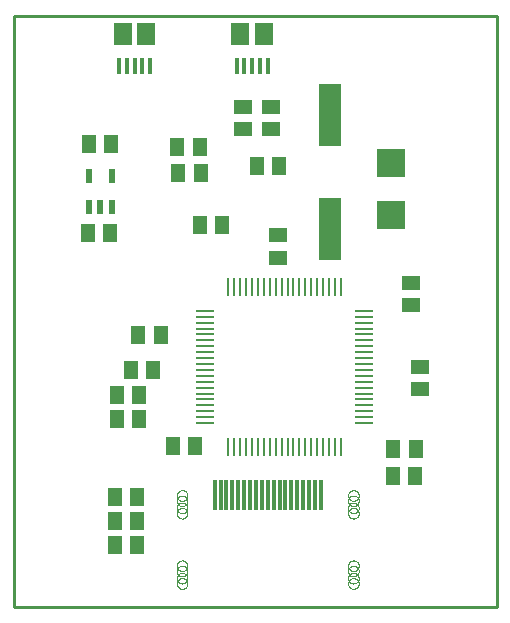
<source format=gtp>
G75*
%MOIN*%
%OFA0B0*%
%FSLAX25Y25*%
%IPPOS*%
%LPD*%
%AMOC8*
5,1,8,0,0,1.08239X$1,22.5*
%
%ADD10C,0.01000*%
%ADD11R,0.01575X0.05315*%
%ADD12R,0.05906X0.07480*%
%ADD13R,0.09449X0.09449*%
%ADD14R,0.05906X0.00984*%
%ADD15R,0.00984X0.05906*%
%ADD16R,0.01181X0.10236*%
%ADD17C,0.00000*%
%ADD18R,0.05118X0.05906*%
%ADD19R,0.05906X0.05118*%
%ADD20R,0.02200X0.04800*%
%ADD21R,0.07600X0.21000*%
%ADD22R,0.06299X0.05118*%
%ADD23R,0.05118X0.06299*%
D10*
X0019033Y0019923D02*
X0019033Y0216673D01*
X0180033Y0216673D01*
X0180033Y0019923D01*
X0019033Y0019923D01*
D11*
X0054215Y0200265D03*
X0056774Y0200265D03*
X0059333Y0200265D03*
X0061892Y0200265D03*
X0064451Y0200265D03*
X0093415Y0200265D03*
X0095974Y0200265D03*
X0098533Y0200265D03*
X0101092Y0200265D03*
X0103651Y0200265D03*
D12*
X0102470Y0210797D03*
X0094596Y0210757D03*
X0063270Y0210797D03*
X0055396Y0210757D03*
D13*
X0144886Y0167884D03*
X0144886Y0150561D03*
D14*
X0135908Y0118523D03*
X0135908Y0116555D03*
X0135908Y0114586D03*
X0135908Y0112618D03*
X0135908Y0110649D03*
X0135908Y0108681D03*
X0135908Y0106712D03*
X0135908Y0104744D03*
X0135908Y0102775D03*
X0135908Y0100807D03*
X0135908Y0098838D03*
X0135908Y0096870D03*
X0135908Y0094901D03*
X0135908Y0092933D03*
X0135908Y0090964D03*
X0135908Y0088996D03*
X0135908Y0087027D03*
X0135908Y0085059D03*
X0135908Y0083090D03*
X0135908Y0081122D03*
X0082759Y0081122D03*
X0082759Y0083090D03*
X0082759Y0085059D03*
X0082759Y0087027D03*
X0082759Y0088996D03*
X0082759Y0090964D03*
X0082759Y0092933D03*
X0082759Y0094901D03*
X0082759Y0096870D03*
X0082759Y0098838D03*
X0082759Y0100807D03*
X0082759Y0102775D03*
X0082759Y0104744D03*
X0082759Y0106712D03*
X0082759Y0108681D03*
X0082759Y0110649D03*
X0082759Y0112618D03*
X0082759Y0114586D03*
X0082759Y0116555D03*
X0082759Y0118523D03*
D15*
X0090633Y0126397D03*
X0092601Y0126397D03*
X0094570Y0126397D03*
X0096538Y0126397D03*
X0098507Y0126397D03*
X0100475Y0126397D03*
X0102444Y0126397D03*
X0104412Y0126397D03*
X0106381Y0126397D03*
X0108349Y0126397D03*
X0110318Y0126397D03*
X0112286Y0126397D03*
X0114255Y0126397D03*
X0116223Y0126397D03*
X0118192Y0126397D03*
X0120160Y0126397D03*
X0122129Y0126397D03*
X0124097Y0126397D03*
X0126066Y0126397D03*
X0128034Y0126397D03*
X0128034Y0073248D03*
X0126066Y0073248D03*
X0124097Y0073248D03*
X0122129Y0073248D03*
X0120160Y0073248D03*
X0118192Y0073248D03*
X0116223Y0073248D03*
X0114255Y0073248D03*
X0112286Y0073248D03*
X0110318Y0073248D03*
X0108349Y0073248D03*
X0106381Y0073248D03*
X0104412Y0073248D03*
X0102444Y0073248D03*
X0100475Y0073248D03*
X0098507Y0073248D03*
X0096538Y0073248D03*
X0094570Y0073248D03*
X0092601Y0073248D03*
X0090633Y0073248D03*
D16*
X0089954Y0057013D03*
X0091922Y0057013D03*
X0093891Y0057013D03*
X0095859Y0057013D03*
X0097828Y0057013D03*
X0099796Y0057013D03*
X0101765Y0057013D03*
X0103733Y0057013D03*
X0105702Y0057013D03*
X0107670Y0057013D03*
X0109639Y0057013D03*
X0111607Y0057013D03*
X0113576Y0057013D03*
X0115544Y0057013D03*
X0117513Y0057013D03*
X0119481Y0057013D03*
X0121450Y0057013D03*
X0087985Y0057013D03*
X0086017Y0057013D03*
D17*
X0073418Y0056974D02*
X0073420Y0057058D01*
X0073426Y0057141D01*
X0073436Y0057224D01*
X0073450Y0057307D01*
X0073467Y0057389D01*
X0073489Y0057470D01*
X0073514Y0057549D01*
X0073543Y0057628D01*
X0073576Y0057705D01*
X0073612Y0057780D01*
X0073652Y0057854D01*
X0073695Y0057926D01*
X0073742Y0057995D01*
X0073792Y0058062D01*
X0073845Y0058127D01*
X0073901Y0058189D01*
X0073959Y0058249D01*
X0074021Y0058306D01*
X0074085Y0058359D01*
X0074152Y0058410D01*
X0074221Y0058457D01*
X0074292Y0058502D01*
X0074365Y0058542D01*
X0074440Y0058579D01*
X0074517Y0058613D01*
X0074595Y0058643D01*
X0074674Y0058669D01*
X0074755Y0058692D01*
X0074837Y0058710D01*
X0074919Y0058725D01*
X0075002Y0058736D01*
X0075085Y0058743D01*
X0075169Y0058746D01*
X0075253Y0058745D01*
X0075336Y0058740D01*
X0075420Y0058731D01*
X0075502Y0058718D01*
X0075584Y0058702D01*
X0075665Y0058681D01*
X0075746Y0058657D01*
X0075824Y0058629D01*
X0075902Y0058597D01*
X0075978Y0058561D01*
X0076052Y0058522D01*
X0076124Y0058480D01*
X0076194Y0058434D01*
X0076262Y0058385D01*
X0076327Y0058333D01*
X0076390Y0058278D01*
X0076450Y0058220D01*
X0076508Y0058159D01*
X0076562Y0058095D01*
X0076614Y0058029D01*
X0076662Y0057961D01*
X0076707Y0057890D01*
X0076748Y0057817D01*
X0076787Y0057743D01*
X0076821Y0057667D01*
X0076852Y0057589D01*
X0076879Y0057510D01*
X0076903Y0057429D01*
X0076922Y0057348D01*
X0076938Y0057266D01*
X0076950Y0057183D01*
X0076958Y0057099D01*
X0076962Y0057016D01*
X0076962Y0056932D01*
X0076958Y0056849D01*
X0076950Y0056765D01*
X0076938Y0056682D01*
X0076922Y0056600D01*
X0076903Y0056519D01*
X0076879Y0056438D01*
X0076852Y0056359D01*
X0076821Y0056281D01*
X0076787Y0056205D01*
X0076748Y0056131D01*
X0076707Y0056058D01*
X0076662Y0055987D01*
X0076614Y0055919D01*
X0076562Y0055853D01*
X0076508Y0055789D01*
X0076450Y0055728D01*
X0076390Y0055670D01*
X0076327Y0055615D01*
X0076262Y0055563D01*
X0076194Y0055514D01*
X0076124Y0055468D01*
X0076052Y0055426D01*
X0075978Y0055387D01*
X0075902Y0055351D01*
X0075824Y0055319D01*
X0075746Y0055291D01*
X0075665Y0055267D01*
X0075584Y0055246D01*
X0075502Y0055230D01*
X0075420Y0055217D01*
X0075336Y0055208D01*
X0075253Y0055203D01*
X0075169Y0055202D01*
X0075085Y0055205D01*
X0075002Y0055212D01*
X0074919Y0055223D01*
X0074837Y0055238D01*
X0074755Y0055256D01*
X0074674Y0055279D01*
X0074595Y0055305D01*
X0074517Y0055335D01*
X0074440Y0055369D01*
X0074365Y0055406D01*
X0074292Y0055446D01*
X0074221Y0055491D01*
X0074152Y0055538D01*
X0074085Y0055589D01*
X0074021Y0055642D01*
X0073959Y0055699D01*
X0073901Y0055759D01*
X0073845Y0055821D01*
X0073792Y0055886D01*
X0073742Y0055953D01*
X0073695Y0056022D01*
X0073652Y0056094D01*
X0073612Y0056168D01*
X0073576Y0056243D01*
X0073543Y0056320D01*
X0073514Y0056399D01*
X0073489Y0056478D01*
X0073467Y0056559D01*
X0073450Y0056641D01*
X0073436Y0056724D01*
X0073426Y0056807D01*
X0073420Y0056890D01*
X0073418Y0056974D01*
X0073418Y0055202D02*
X0073420Y0055286D01*
X0073426Y0055369D01*
X0073436Y0055452D01*
X0073450Y0055535D01*
X0073467Y0055617D01*
X0073489Y0055698D01*
X0073514Y0055777D01*
X0073543Y0055856D01*
X0073576Y0055933D01*
X0073612Y0056008D01*
X0073652Y0056082D01*
X0073695Y0056154D01*
X0073742Y0056223D01*
X0073792Y0056290D01*
X0073845Y0056355D01*
X0073901Y0056417D01*
X0073959Y0056477D01*
X0074021Y0056534D01*
X0074085Y0056587D01*
X0074152Y0056638D01*
X0074221Y0056685D01*
X0074292Y0056730D01*
X0074365Y0056770D01*
X0074440Y0056807D01*
X0074517Y0056841D01*
X0074595Y0056871D01*
X0074674Y0056897D01*
X0074755Y0056920D01*
X0074837Y0056938D01*
X0074919Y0056953D01*
X0075002Y0056964D01*
X0075085Y0056971D01*
X0075169Y0056974D01*
X0075253Y0056973D01*
X0075336Y0056968D01*
X0075420Y0056959D01*
X0075502Y0056946D01*
X0075584Y0056930D01*
X0075665Y0056909D01*
X0075746Y0056885D01*
X0075824Y0056857D01*
X0075902Y0056825D01*
X0075978Y0056789D01*
X0076052Y0056750D01*
X0076124Y0056708D01*
X0076194Y0056662D01*
X0076262Y0056613D01*
X0076327Y0056561D01*
X0076390Y0056506D01*
X0076450Y0056448D01*
X0076508Y0056387D01*
X0076562Y0056323D01*
X0076614Y0056257D01*
X0076662Y0056189D01*
X0076707Y0056118D01*
X0076748Y0056045D01*
X0076787Y0055971D01*
X0076821Y0055895D01*
X0076852Y0055817D01*
X0076879Y0055738D01*
X0076903Y0055657D01*
X0076922Y0055576D01*
X0076938Y0055494D01*
X0076950Y0055411D01*
X0076958Y0055327D01*
X0076962Y0055244D01*
X0076962Y0055160D01*
X0076958Y0055077D01*
X0076950Y0054993D01*
X0076938Y0054910D01*
X0076922Y0054828D01*
X0076903Y0054747D01*
X0076879Y0054666D01*
X0076852Y0054587D01*
X0076821Y0054509D01*
X0076787Y0054433D01*
X0076748Y0054359D01*
X0076707Y0054286D01*
X0076662Y0054215D01*
X0076614Y0054147D01*
X0076562Y0054081D01*
X0076508Y0054017D01*
X0076450Y0053956D01*
X0076390Y0053898D01*
X0076327Y0053843D01*
X0076262Y0053791D01*
X0076194Y0053742D01*
X0076124Y0053696D01*
X0076052Y0053654D01*
X0075978Y0053615D01*
X0075902Y0053579D01*
X0075824Y0053547D01*
X0075746Y0053519D01*
X0075665Y0053495D01*
X0075584Y0053474D01*
X0075502Y0053458D01*
X0075420Y0053445D01*
X0075336Y0053436D01*
X0075253Y0053431D01*
X0075169Y0053430D01*
X0075085Y0053433D01*
X0075002Y0053440D01*
X0074919Y0053451D01*
X0074837Y0053466D01*
X0074755Y0053484D01*
X0074674Y0053507D01*
X0074595Y0053533D01*
X0074517Y0053563D01*
X0074440Y0053597D01*
X0074365Y0053634D01*
X0074292Y0053674D01*
X0074221Y0053719D01*
X0074152Y0053766D01*
X0074085Y0053817D01*
X0074021Y0053870D01*
X0073959Y0053927D01*
X0073901Y0053987D01*
X0073845Y0054049D01*
X0073792Y0054114D01*
X0073742Y0054181D01*
X0073695Y0054250D01*
X0073652Y0054322D01*
X0073612Y0054396D01*
X0073576Y0054471D01*
X0073543Y0054548D01*
X0073514Y0054627D01*
X0073489Y0054706D01*
X0073467Y0054787D01*
X0073450Y0054869D01*
X0073436Y0054952D01*
X0073426Y0055035D01*
X0073420Y0055118D01*
X0073418Y0055202D01*
X0073418Y0052840D02*
X0073420Y0052924D01*
X0073426Y0053007D01*
X0073436Y0053090D01*
X0073450Y0053173D01*
X0073467Y0053255D01*
X0073489Y0053336D01*
X0073514Y0053415D01*
X0073543Y0053494D01*
X0073576Y0053571D01*
X0073612Y0053646D01*
X0073652Y0053720D01*
X0073695Y0053792D01*
X0073742Y0053861D01*
X0073792Y0053928D01*
X0073845Y0053993D01*
X0073901Y0054055D01*
X0073959Y0054115D01*
X0074021Y0054172D01*
X0074085Y0054225D01*
X0074152Y0054276D01*
X0074221Y0054323D01*
X0074292Y0054368D01*
X0074365Y0054408D01*
X0074440Y0054445D01*
X0074517Y0054479D01*
X0074595Y0054509D01*
X0074674Y0054535D01*
X0074755Y0054558D01*
X0074837Y0054576D01*
X0074919Y0054591D01*
X0075002Y0054602D01*
X0075085Y0054609D01*
X0075169Y0054612D01*
X0075253Y0054611D01*
X0075336Y0054606D01*
X0075420Y0054597D01*
X0075502Y0054584D01*
X0075584Y0054568D01*
X0075665Y0054547D01*
X0075746Y0054523D01*
X0075824Y0054495D01*
X0075902Y0054463D01*
X0075978Y0054427D01*
X0076052Y0054388D01*
X0076124Y0054346D01*
X0076194Y0054300D01*
X0076262Y0054251D01*
X0076327Y0054199D01*
X0076390Y0054144D01*
X0076450Y0054086D01*
X0076508Y0054025D01*
X0076562Y0053961D01*
X0076614Y0053895D01*
X0076662Y0053827D01*
X0076707Y0053756D01*
X0076748Y0053683D01*
X0076787Y0053609D01*
X0076821Y0053533D01*
X0076852Y0053455D01*
X0076879Y0053376D01*
X0076903Y0053295D01*
X0076922Y0053214D01*
X0076938Y0053132D01*
X0076950Y0053049D01*
X0076958Y0052965D01*
X0076962Y0052882D01*
X0076962Y0052798D01*
X0076958Y0052715D01*
X0076950Y0052631D01*
X0076938Y0052548D01*
X0076922Y0052466D01*
X0076903Y0052385D01*
X0076879Y0052304D01*
X0076852Y0052225D01*
X0076821Y0052147D01*
X0076787Y0052071D01*
X0076748Y0051997D01*
X0076707Y0051924D01*
X0076662Y0051853D01*
X0076614Y0051785D01*
X0076562Y0051719D01*
X0076508Y0051655D01*
X0076450Y0051594D01*
X0076390Y0051536D01*
X0076327Y0051481D01*
X0076262Y0051429D01*
X0076194Y0051380D01*
X0076124Y0051334D01*
X0076052Y0051292D01*
X0075978Y0051253D01*
X0075902Y0051217D01*
X0075824Y0051185D01*
X0075746Y0051157D01*
X0075665Y0051133D01*
X0075584Y0051112D01*
X0075502Y0051096D01*
X0075420Y0051083D01*
X0075336Y0051074D01*
X0075253Y0051069D01*
X0075169Y0051068D01*
X0075085Y0051071D01*
X0075002Y0051078D01*
X0074919Y0051089D01*
X0074837Y0051104D01*
X0074755Y0051122D01*
X0074674Y0051145D01*
X0074595Y0051171D01*
X0074517Y0051201D01*
X0074440Y0051235D01*
X0074365Y0051272D01*
X0074292Y0051312D01*
X0074221Y0051357D01*
X0074152Y0051404D01*
X0074085Y0051455D01*
X0074021Y0051508D01*
X0073959Y0051565D01*
X0073901Y0051625D01*
X0073845Y0051687D01*
X0073792Y0051752D01*
X0073742Y0051819D01*
X0073695Y0051888D01*
X0073652Y0051960D01*
X0073612Y0052034D01*
X0073576Y0052109D01*
X0073543Y0052186D01*
X0073514Y0052265D01*
X0073489Y0052344D01*
X0073467Y0052425D01*
X0073450Y0052507D01*
X0073436Y0052590D01*
X0073426Y0052673D01*
X0073420Y0052756D01*
X0073418Y0052840D01*
X0073418Y0051068D02*
X0073420Y0051152D01*
X0073426Y0051235D01*
X0073436Y0051318D01*
X0073450Y0051401D01*
X0073467Y0051483D01*
X0073489Y0051564D01*
X0073514Y0051643D01*
X0073543Y0051722D01*
X0073576Y0051799D01*
X0073612Y0051874D01*
X0073652Y0051948D01*
X0073695Y0052020D01*
X0073742Y0052089D01*
X0073792Y0052156D01*
X0073845Y0052221D01*
X0073901Y0052283D01*
X0073959Y0052343D01*
X0074021Y0052400D01*
X0074085Y0052453D01*
X0074152Y0052504D01*
X0074221Y0052551D01*
X0074292Y0052596D01*
X0074365Y0052636D01*
X0074440Y0052673D01*
X0074517Y0052707D01*
X0074595Y0052737D01*
X0074674Y0052763D01*
X0074755Y0052786D01*
X0074837Y0052804D01*
X0074919Y0052819D01*
X0075002Y0052830D01*
X0075085Y0052837D01*
X0075169Y0052840D01*
X0075253Y0052839D01*
X0075336Y0052834D01*
X0075420Y0052825D01*
X0075502Y0052812D01*
X0075584Y0052796D01*
X0075665Y0052775D01*
X0075746Y0052751D01*
X0075824Y0052723D01*
X0075902Y0052691D01*
X0075978Y0052655D01*
X0076052Y0052616D01*
X0076124Y0052574D01*
X0076194Y0052528D01*
X0076262Y0052479D01*
X0076327Y0052427D01*
X0076390Y0052372D01*
X0076450Y0052314D01*
X0076508Y0052253D01*
X0076562Y0052189D01*
X0076614Y0052123D01*
X0076662Y0052055D01*
X0076707Y0051984D01*
X0076748Y0051911D01*
X0076787Y0051837D01*
X0076821Y0051761D01*
X0076852Y0051683D01*
X0076879Y0051604D01*
X0076903Y0051523D01*
X0076922Y0051442D01*
X0076938Y0051360D01*
X0076950Y0051277D01*
X0076958Y0051193D01*
X0076962Y0051110D01*
X0076962Y0051026D01*
X0076958Y0050943D01*
X0076950Y0050859D01*
X0076938Y0050776D01*
X0076922Y0050694D01*
X0076903Y0050613D01*
X0076879Y0050532D01*
X0076852Y0050453D01*
X0076821Y0050375D01*
X0076787Y0050299D01*
X0076748Y0050225D01*
X0076707Y0050152D01*
X0076662Y0050081D01*
X0076614Y0050013D01*
X0076562Y0049947D01*
X0076508Y0049883D01*
X0076450Y0049822D01*
X0076390Y0049764D01*
X0076327Y0049709D01*
X0076262Y0049657D01*
X0076194Y0049608D01*
X0076124Y0049562D01*
X0076052Y0049520D01*
X0075978Y0049481D01*
X0075902Y0049445D01*
X0075824Y0049413D01*
X0075746Y0049385D01*
X0075665Y0049361D01*
X0075584Y0049340D01*
X0075502Y0049324D01*
X0075420Y0049311D01*
X0075336Y0049302D01*
X0075253Y0049297D01*
X0075169Y0049296D01*
X0075085Y0049299D01*
X0075002Y0049306D01*
X0074919Y0049317D01*
X0074837Y0049332D01*
X0074755Y0049350D01*
X0074674Y0049373D01*
X0074595Y0049399D01*
X0074517Y0049429D01*
X0074440Y0049463D01*
X0074365Y0049500D01*
X0074292Y0049540D01*
X0074221Y0049585D01*
X0074152Y0049632D01*
X0074085Y0049683D01*
X0074021Y0049736D01*
X0073959Y0049793D01*
X0073901Y0049853D01*
X0073845Y0049915D01*
X0073792Y0049980D01*
X0073742Y0050047D01*
X0073695Y0050116D01*
X0073652Y0050188D01*
X0073612Y0050262D01*
X0073576Y0050337D01*
X0073543Y0050414D01*
X0073514Y0050493D01*
X0073489Y0050572D01*
X0073467Y0050653D01*
X0073450Y0050735D01*
X0073436Y0050818D01*
X0073426Y0050901D01*
X0073420Y0050984D01*
X0073418Y0051068D01*
X0073418Y0033549D02*
X0073420Y0033633D01*
X0073426Y0033716D01*
X0073436Y0033799D01*
X0073450Y0033882D01*
X0073467Y0033964D01*
X0073489Y0034045D01*
X0073514Y0034124D01*
X0073543Y0034203D01*
X0073576Y0034280D01*
X0073612Y0034355D01*
X0073652Y0034429D01*
X0073695Y0034501D01*
X0073742Y0034570D01*
X0073792Y0034637D01*
X0073845Y0034702D01*
X0073901Y0034764D01*
X0073959Y0034824D01*
X0074021Y0034881D01*
X0074085Y0034934D01*
X0074152Y0034985D01*
X0074221Y0035032D01*
X0074292Y0035077D01*
X0074365Y0035117D01*
X0074440Y0035154D01*
X0074517Y0035188D01*
X0074595Y0035218D01*
X0074674Y0035244D01*
X0074755Y0035267D01*
X0074837Y0035285D01*
X0074919Y0035300D01*
X0075002Y0035311D01*
X0075085Y0035318D01*
X0075169Y0035321D01*
X0075253Y0035320D01*
X0075336Y0035315D01*
X0075420Y0035306D01*
X0075502Y0035293D01*
X0075584Y0035277D01*
X0075665Y0035256D01*
X0075746Y0035232D01*
X0075824Y0035204D01*
X0075902Y0035172D01*
X0075978Y0035136D01*
X0076052Y0035097D01*
X0076124Y0035055D01*
X0076194Y0035009D01*
X0076262Y0034960D01*
X0076327Y0034908D01*
X0076390Y0034853D01*
X0076450Y0034795D01*
X0076508Y0034734D01*
X0076562Y0034670D01*
X0076614Y0034604D01*
X0076662Y0034536D01*
X0076707Y0034465D01*
X0076748Y0034392D01*
X0076787Y0034318D01*
X0076821Y0034242D01*
X0076852Y0034164D01*
X0076879Y0034085D01*
X0076903Y0034004D01*
X0076922Y0033923D01*
X0076938Y0033841D01*
X0076950Y0033758D01*
X0076958Y0033674D01*
X0076962Y0033591D01*
X0076962Y0033507D01*
X0076958Y0033424D01*
X0076950Y0033340D01*
X0076938Y0033257D01*
X0076922Y0033175D01*
X0076903Y0033094D01*
X0076879Y0033013D01*
X0076852Y0032934D01*
X0076821Y0032856D01*
X0076787Y0032780D01*
X0076748Y0032706D01*
X0076707Y0032633D01*
X0076662Y0032562D01*
X0076614Y0032494D01*
X0076562Y0032428D01*
X0076508Y0032364D01*
X0076450Y0032303D01*
X0076390Y0032245D01*
X0076327Y0032190D01*
X0076262Y0032138D01*
X0076194Y0032089D01*
X0076124Y0032043D01*
X0076052Y0032001D01*
X0075978Y0031962D01*
X0075902Y0031926D01*
X0075824Y0031894D01*
X0075746Y0031866D01*
X0075665Y0031842D01*
X0075584Y0031821D01*
X0075502Y0031805D01*
X0075420Y0031792D01*
X0075336Y0031783D01*
X0075253Y0031778D01*
X0075169Y0031777D01*
X0075085Y0031780D01*
X0075002Y0031787D01*
X0074919Y0031798D01*
X0074837Y0031813D01*
X0074755Y0031831D01*
X0074674Y0031854D01*
X0074595Y0031880D01*
X0074517Y0031910D01*
X0074440Y0031944D01*
X0074365Y0031981D01*
X0074292Y0032021D01*
X0074221Y0032066D01*
X0074152Y0032113D01*
X0074085Y0032164D01*
X0074021Y0032217D01*
X0073959Y0032274D01*
X0073901Y0032334D01*
X0073845Y0032396D01*
X0073792Y0032461D01*
X0073742Y0032528D01*
X0073695Y0032597D01*
X0073652Y0032669D01*
X0073612Y0032743D01*
X0073576Y0032818D01*
X0073543Y0032895D01*
X0073514Y0032974D01*
X0073489Y0033053D01*
X0073467Y0033134D01*
X0073450Y0033216D01*
X0073436Y0033299D01*
X0073426Y0033382D01*
X0073420Y0033465D01*
X0073418Y0033549D01*
X0073418Y0031777D02*
X0073420Y0031861D01*
X0073426Y0031944D01*
X0073436Y0032027D01*
X0073450Y0032110D01*
X0073467Y0032192D01*
X0073489Y0032273D01*
X0073514Y0032352D01*
X0073543Y0032431D01*
X0073576Y0032508D01*
X0073612Y0032583D01*
X0073652Y0032657D01*
X0073695Y0032729D01*
X0073742Y0032798D01*
X0073792Y0032865D01*
X0073845Y0032930D01*
X0073901Y0032992D01*
X0073959Y0033052D01*
X0074021Y0033109D01*
X0074085Y0033162D01*
X0074152Y0033213D01*
X0074221Y0033260D01*
X0074292Y0033305D01*
X0074365Y0033345D01*
X0074440Y0033382D01*
X0074517Y0033416D01*
X0074595Y0033446D01*
X0074674Y0033472D01*
X0074755Y0033495D01*
X0074837Y0033513D01*
X0074919Y0033528D01*
X0075002Y0033539D01*
X0075085Y0033546D01*
X0075169Y0033549D01*
X0075253Y0033548D01*
X0075336Y0033543D01*
X0075420Y0033534D01*
X0075502Y0033521D01*
X0075584Y0033505D01*
X0075665Y0033484D01*
X0075746Y0033460D01*
X0075824Y0033432D01*
X0075902Y0033400D01*
X0075978Y0033364D01*
X0076052Y0033325D01*
X0076124Y0033283D01*
X0076194Y0033237D01*
X0076262Y0033188D01*
X0076327Y0033136D01*
X0076390Y0033081D01*
X0076450Y0033023D01*
X0076508Y0032962D01*
X0076562Y0032898D01*
X0076614Y0032832D01*
X0076662Y0032764D01*
X0076707Y0032693D01*
X0076748Y0032620D01*
X0076787Y0032546D01*
X0076821Y0032470D01*
X0076852Y0032392D01*
X0076879Y0032313D01*
X0076903Y0032232D01*
X0076922Y0032151D01*
X0076938Y0032069D01*
X0076950Y0031986D01*
X0076958Y0031902D01*
X0076962Y0031819D01*
X0076962Y0031735D01*
X0076958Y0031652D01*
X0076950Y0031568D01*
X0076938Y0031485D01*
X0076922Y0031403D01*
X0076903Y0031322D01*
X0076879Y0031241D01*
X0076852Y0031162D01*
X0076821Y0031084D01*
X0076787Y0031008D01*
X0076748Y0030934D01*
X0076707Y0030861D01*
X0076662Y0030790D01*
X0076614Y0030722D01*
X0076562Y0030656D01*
X0076508Y0030592D01*
X0076450Y0030531D01*
X0076390Y0030473D01*
X0076327Y0030418D01*
X0076262Y0030366D01*
X0076194Y0030317D01*
X0076124Y0030271D01*
X0076052Y0030229D01*
X0075978Y0030190D01*
X0075902Y0030154D01*
X0075824Y0030122D01*
X0075746Y0030094D01*
X0075665Y0030070D01*
X0075584Y0030049D01*
X0075502Y0030033D01*
X0075420Y0030020D01*
X0075336Y0030011D01*
X0075253Y0030006D01*
X0075169Y0030005D01*
X0075085Y0030008D01*
X0075002Y0030015D01*
X0074919Y0030026D01*
X0074837Y0030041D01*
X0074755Y0030059D01*
X0074674Y0030082D01*
X0074595Y0030108D01*
X0074517Y0030138D01*
X0074440Y0030172D01*
X0074365Y0030209D01*
X0074292Y0030249D01*
X0074221Y0030294D01*
X0074152Y0030341D01*
X0074085Y0030392D01*
X0074021Y0030445D01*
X0073959Y0030502D01*
X0073901Y0030562D01*
X0073845Y0030624D01*
X0073792Y0030689D01*
X0073742Y0030756D01*
X0073695Y0030825D01*
X0073652Y0030897D01*
X0073612Y0030971D01*
X0073576Y0031046D01*
X0073543Y0031123D01*
X0073514Y0031202D01*
X0073489Y0031281D01*
X0073467Y0031362D01*
X0073450Y0031444D01*
X0073436Y0031527D01*
X0073426Y0031610D01*
X0073420Y0031693D01*
X0073418Y0031777D01*
X0073418Y0029415D02*
X0073420Y0029499D01*
X0073426Y0029582D01*
X0073436Y0029665D01*
X0073450Y0029748D01*
X0073467Y0029830D01*
X0073489Y0029911D01*
X0073514Y0029990D01*
X0073543Y0030069D01*
X0073576Y0030146D01*
X0073612Y0030221D01*
X0073652Y0030295D01*
X0073695Y0030367D01*
X0073742Y0030436D01*
X0073792Y0030503D01*
X0073845Y0030568D01*
X0073901Y0030630D01*
X0073959Y0030690D01*
X0074021Y0030747D01*
X0074085Y0030800D01*
X0074152Y0030851D01*
X0074221Y0030898D01*
X0074292Y0030943D01*
X0074365Y0030983D01*
X0074440Y0031020D01*
X0074517Y0031054D01*
X0074595Y0031084D01*
X0074674Y0031110D01*
X0074755Y0031133D01*
X0074837Y0031151D01*
X0074919Y0031166D01*
X0075002Y0031177D01*
X0075085Y0031184D01*
X0075169Y0031187D01*
X0075253Y0031186D01*
X0075336Y0031181D01*
X0075420Y0031172D01*
X0075502Y0031159D01*
X0075584Y0031143D01*
X0075665Y0031122D01*
X0075746Y0031098D01*
X0075824Y0031070D01*
X0075902Y0031038D01*
X0075978Y0031002D01*
X0076052Y0030963D01*
X0076124Y0030921D01*
X0076194Y0030875D01*
X0076262Y0030826D01*
X0076327Y0030774D01*
X0076390Y0030719D01*
X0076450Y0030661D01*
X0076508Y0030600D01*
X0076562Y0030536D01*
X0076614Y0030470D01*
X0076662Y0030402D01*
X0076707Y0030331D01*
X0076748Y0030258D01*
X0076787Y0030184D01*
X0076821Y0030108D01*
X0076852Y0030030D01*
X0076879Y0029951D01*
X0076903Y0029870D01*
X0076922Y0029789D01*
X0076938Y0029707D01*
X0076950Y0029624D01*
X0076958Y0029540D01*
X0076962Y0029457D01*
X0076962Y0029373D01*
X0076958Y0029290D01*
X0076950Y0029206D01*
X0076938Y0029123D01*
X0076922Y0029041D01*
X0076903Y0028960D01*
X0076879Y0028879D01*
X0076852Y0028800D01*
X0076821Y0028722D01*
X0076787Y0028646D01*
X0076748Y0028572D01*
X0076707Y0028499D01*
X0076662Y0028428D01*
X0076614Y0028360D01*
X0076562Y0028294D01*
X0076508Y0028230D01*
X0076450Y0028169D01*
X0076390Y0028111D01*
X0076327Y0028056D01*
X0076262Y0028004D01*
X0076194Y0027955D01*
X0076124Y0027909D01*
X0076052Y0027867D01*
X0075978Y0027828D01*
X0075902Y0027792D01*
X0075824Y0027760D01*
X0075746Y0027732D01*
X0075665Y0027708D01*
X0075584Y0027687D01*
X0075502Y0027671D01*
X0075420Y0027658D01*
X0075336Y0027649D01*
X0075253Y0027644D01*
X0075169Y0027643D01*
X0075085Y0027646D01*
X0075002Y0027653D01*
X0074919Y0027664D01*
X0074837Y0027679D01*
X0074755Y0027697D01*
X0074674Y0027720D01*
X0074595Y0027746D01*
X0074517Y0027776D01*
X0074440Y0027810D01*
X0074365Y0027847D01*
X0074292Y0027887D01*
X0074221Y0027932D01*
X0074152Y0027979D01*
X0074085Y0028030D01*
X0074021Y0028083D01*
X0073959Y0028140D01*
X0073901Y0028200D01*
X0073845Y0028262D01*
X0073792Y0028327D01*
X0073742Y0028394D01*
X0073695Y0028463D01*
X0073652Y0028535D01*
X0073612Y0028609D01*
X0073576Y0028684D01*
X0073543Y0028761D01*
X0073514Y0028840D01*
X0073489Y0028919D01*
X0073467Y0029000D01*
X0073450Y0029082D01*
X0073436Y0029165D01*
X0073426Y0029248D01*
X0073420Y0029331D01*
X0073418Y0029415D01*
X0073418Y0027643D02*
X0073420Y0027727D01*
X0073426Y0027810D01*
X0073436Y0027893D01*
X0073450Y0027976D01*
X0073467Y0028058D01*
X0073489Y0028139D01*
X0073514Y0028218D01*
X0073543Y0028297D01*
X0073576Y0028374D01*
X0073612Y0028449D01*
X0073652Y0028523D01*
X0073695Y0028595D01*
X0073742Y0028664D01*
X0073792Y0028731D01*
X0073845Y0028796D01*
X0073901Y0028858D01*
X0073959Y0028918D01*
X0074021Y0028975D01*
X0074085Y0029028D01*
X0074152Y0029079D01*
X0074221Y0029126D01*
X0074292Y0029171D01*
X0074365Y0029211D01*
X0074440Y0029248D01*
X0074517Y0029282D01*
X0074595Y0029312D01*
X0074674Y0029338D01*
X0074755Y0029361D01*
X0074837Y0029379D01*
X0074919Y0029394D01*
X0075002Y0029405D01*
X0075085Y0029412D01*
X0075169Y0029415D01*
X0075253Y0029414D01*
X0075336Y0029409D01*
X0075420Y0029400D01*
X0075502Y0029387D01*
X0075584Y0029371D01*
X0075665Y0029350D01*
X0075746Y0029326D01*
X0075824Y0029298D01*
X0075902Y0029266D01*
X0075978Y0029230D01*
X0076052Y0029191D01*
X0076124Y0029149D01*
X0076194Y0029103D01*
X0076262Y0029054D01*
X0076327Y0029002D01*
X0076390Y0028947D01*
X0076450Y0028889D01*
X0076508Y0028828D01*
X0076562Y0028764D01*
X0076614Y0028698D01*
X0076662Y0028630D01*
X0076707Y0028559D01*
X0076748Y0028486D01*
X0076787Y0028412D01*
X0076821Y0028336D01*
X0076852Y0028258D01*
X0076879Y0028179D01*
X0076903Y0028098D01*
X0076922Y0028017D01*
X0076938Y0027935D01*
X0076950Y0027852D01*
X0076958Y0027768D01*
X0076962Y0027685D01*
X0076962Y0027601D01*
X0076958Y0027518D01*
X0076950Y0027434D01*
X0076938Y0027351D01*
X0076922Y0027269D01*
X0076903Y0027188D01*
X0076879Y0027107D01*
X0076852Y0027028D01*
X0076821Y0026950D01*
X0076787Y0026874D01*
X0076748Y0026800D01*
X0076707Y0026727D01*
X0076662Y0026656D01*
X0076614Y0026588D01*
X0076562Y0026522D01*
X0076508Y0026458D01*
X0076450Y0026397D01*
X0076390Y0026339D01*
X0076327Y0026284D01*
X0076262Y0026232D01*
X0076194Y0026183D01*
X0076124Y0026137D01*
X0076052Y0026095D01*
X0075978Y0026056D01*
X0075902Y0026020D01*
X0075824Y0025988D01*
X0075746Y0025960D01*
X0075665Y0025936D01*
X0075584Y0025915D01*
X0075502Y0025899D01*
X0075420Y0025886D01*
X0075336Y0025877D01*
X0075253Y0025872D01*
X0075169Y0025871D01*
X0075085Y0025874D01*
X0075002Y0025881D01*
X0074919Y0025892D01*
X0074837Y0025907D01*
X0074755Y0025925D01*
X0074674Y0025948D01*
X0074595Y0025974D01*
X0074517Y0026004D01*
X0074440Y0026038D01*
X0074365Y0026075D01*
X0074292Y0026115D01*
X0074221Y0026160D01*
X0074152Y0026207D01*
X0074085Y0026258D01*
X0074021Y0026311D01*
X0073959Y0026368D01*
X0073901Y0026428D01*
X0073845Y0026490D01*
X0073792Y0026555D01*
X0073742Y0026622D01*
X0073695Y0026691D01*
X0073652Y0026763D01*
X0073612Y0026837D01*
X0073576Y0026912D01*
X0073543Y0026989D01*
X0073514Y0027068D01*
X0073489Y0027147D01*
X0073467Y0027228D01*
X0073450Y0027310D01*
X0073436Y0027393D01*
X0073426Y0027476D01*
X0073420Y0027559D01*
X0073418Y0027643D01*
X0130505Y0027643D02*
X0130507Y0027727D01*
X0130513Y0027810D01*
X0130523Y0027893D01*
X0130537Y0027976D01*
X0130554Y0028058D01*
X0130576Y0028139D01*
X0130601Y0028218D01*
X0130630Y0028297D01*
X0130663Y0028374D01*
X0130699Y0028449D01*
X0130739Y0028523D01*
X0130782Y0028595D01*
X0130829Y0028664D01*
X0130879Y0028731D01*
X0130932Y0028796D01*
X0130988Y0028858D01*
X0131046Y0028918D01*
X0131108Y0028975D01*
X0131172Y0029028D01*
X0131239Y0029079D01*
X0131308Y0029126D01*
X0131379Y0029171D01*
X0131452Y0029211D01*
X0131527Y0029248D01*
X0131604Y0029282D01*
X0131682Y0029312D01*
X0131761Y0029338D01*
X0131842Y0029361D01*
X0131924Y0029379D01*
X0132006Y0029394D01*
X0132089Y0029405D01*
X0132172Y0029412D01*
X0132256Y0029415D01*
X0132340Y0029414D01*
X0132423Y0029409D01*
X0132507Y0029400D01*
X0132589Y0029387D01*
X0132671Y0029371D01*
X0132752Y0029350D01*
X0132833Y0029326D01*
X0132911Y0029298D01*
X0132989Y0029266D01*
X0133065Y0029230D01*
X0133139Y0029191D01*
X0133211Y0029149D01*
X0133281Y0029103D01*
X0133349Y0029054D01*
X0133414Y0029002D01*
X0133477Y0028947D01*
X0133537Y0028889D01*
X0133595Y0028828D01*
X0133649Y0028764D01*
X0133701Y0028698D01*
X0133749Y0028630D01*
X0133794Y0028559D01*
X0133835Y0028486D01*
X0133874Y0028412D01*
X0133908Y0028336D01*
X0133939Y0028258D01*
X0133966Y0028179D01*
X0133990Y0028098D01*
X0134009Y0028017D01*
X0134025Y0027935D01*
X0134037Y0027852D01*
X0134045Y0027768D01*
X0134049Y0027685D01*
X0134049Y0027601D01*
X0134045Y0027518D01*
X0134037Y0027434D01*
X0134025Y0027351D01*
X0134009Y0027269D01*
X0133990Y0027188D01*
X0133966Y0027107D01*
X0133939Y0027028D01*
X0133908Y0026950D01*
X0133874Y0026874D01*
X0133835Y0026800D01*
X0133794Y0026727D01*
X0133749Y0026656D01*
X0133701Y0026588D01*
X0133649Y0026522D01*
X0133595Y0026458D01*
X0133537Y0026397D01*
X0133477Y0026339D01*
X0133414Y0026284D01*
X0133349Y0026232D01*
X0133281Y0026183D01*
X0133211Y0026137D01*
X0133139Y0026095D01*
X0133065Y0026056D01*
X0132989Y0026020D01*
X0132911Y0025988D01*
X0132833Y0025960D01*
X0132752Y0025936D01*
X0132671Y0025915D01*
X0132589Y0025899D01*
X0132507Y0025886D01*
X0132423Y0025877D01*
X0132340Y0025872D01*
X0132256Y0025871D01*
X0132172Y0025874D01*
X0132089Y0025881D01*
X0132006Y0025892D01*
X0131924Y0025907D01*
X0131842Y0025925D01*
X0131761Y0025948D01*
X0131682Y0025974D01*
X0131604Y0026004D01*
X0131527Y0026038D01*
X0131452Y0026075D01*
X0131379Y0026115D01*
X0131308Y0026160D01*
X0131239Y0026207D01*
X0131172Y0026258D01*
X0131108Y0026311D01*
X0131046Y0026368D01*
X0130988Y0026428D01*
X0130932Y0026490D01*
X0130879Y0026555D01*
X0130829Y0026622D01*
X0130782Y0026691D01*
X0130739Y0026763D01*
X0130699Y0026837D01*
X0130663Y0026912D01*
X0130630Y0026989D01*
X0130601Y0027068D01*
X0130576Y0027147D01*
X0130554Y0027228D01*
X0130537Y0027310D01*
X0130523Y0027393D01*
X0130513Y0027476D01*
X0130507Y0027559D01*
X0130505Y0027643D01*
X0130505Y0029415D02*
X0130507Y0029499D01*
X0130513Y0029582D01*
X0130523Y0029665D01*
X0130537Y0029748D01*
X0130554Y0029830D01*
X0130576Y0029911D01*
X0130601Y0029990D01*
X0130630Y0030069D01*
X0130663Y0030146D01*
X0130699Y0030221D01*
X0130739Y0030295D01*
X0130782Y0030367D01*
X0130829Y0030436D01*
X0130879Y0030503D01*
X0130932Y0030568D01*
X0130988Y0030630D01*
X0131046Y0030690D01*
X0131108Y0030747D01*
X0131172Y0030800D01*
X0131239Y0030851D01*
X0131308Y0030898D01*
X0131379Y0030943D01*
X0131452Y0030983D01*
X0131527Y0031020D01*
X0131604Y0031054D01*
X0131682Y0031084D01*
X0131761Y0031110D01*
X0131842Y0031133D01*
X0131924Y0031151D01*
X0132006Y0031166D01*
X0132089Y0031177D01*
X0132172Y0031184D01*
X0132256Y0031187D01*
X0132340Y0031186D01*
X0132423Y0031181D01*
X0132507Y0031172D01*
X0132589Y0031159D01*
X0132671Y0031143D01*
X0132752Y0031122D01*
X0132833Y0031098D01*
X0132911Y0031070D01*
X0132989Y0031038D01*
X0133065Y0031002D01*
X0133139Y0030963D01*
X0133211Y0030921D01*
X0133281Y0030875D01*
X0133349Y0030826D01*
X0133414Y0030774D01*
X0133477Y0030719D01*
X0133537Y0030661D01*
X0133595Y0030600D01*
X0133649Y0030536D01*
X0133701Y0030470D01*
X0133749Y0030402D01*
X0133794Y0030331D01*
X0133835Y0030258D01*
X0133874Y0030184D01*
X0133908Y0030108D01*
X0133939Y0030030D01*
X0133966Y0029951D01*
X0133990Y0029870D01*
X0134009Y0029789D01*
X0134025Y0029707D01*
X0134037Y0029624D01*
X0134045Y0029540D01*
X0134049Y0029457D01*
X0134049Y0029373D01*
X0134045Y0029290D01*
X0134037Y0029206D01*
X0134025Y0029123D01*
X0134009Y0029041D01*
X0133990Y0028960D01*
X0133966Y0028879D01*
X0133939Y0028800D01*
X0133908Y0028722D01*
X0133874Y0028646D01*
X0133835Y0028572D01*
X0133794Y0028499D01*
X0133749Y0028428D01*
X0133701Y0028360D01*
X0133649Y0028294D01*
X0133595Y0028230D01*
X0133537Y0028169D01*
X0133477Y0028111D01*
X0133414Y0028056D01*
X0133349Y0028004D01*
X0133281Y0027955D01*
X0133211Y0027909D01*
X0133139Y0027867D01*
X0133065Y0027828D01*
X0132989Y0027792D01*
X0132911Y0027760D01*
X0132833Y0027732D01*
X0132752Y0027708D01*
X0132671Y0027687D01*
X0132589Y0027671D01*
X0132507Y0027658D01*
X0132423Y0027649D01*
X0132340Y0027644D01*
X0132256Y0027643D01*
X0132172Y0027646D01*
X0132089Y0027653D01*
X0132006Y0027664D01*
X0131924Y0027679D01*
X0131842Y0027697D01*
X0131761Y0027720D01*
X0131682Y0027746D01*
X0131604Y0027776D01*
X0131527Y0027810D01*
X0131452Y0027847D01*
X0131379Y0027887D01*
X0131308Y0027932D01*
X0131239Y0027979D01*
X0131172Y0028030D01*
X0131108Y0028083D01*
X0131046Y0028140D01*
X0130988Y0028200D01*
X0130932Y0028262D01*
X0130879Y0028327D01*
X0130829Y0028394D01*
X0130782Y0028463D01*
X0130739Y0028535D01*
X0130699Y0028609D01*
X0130663Y0028684D01*
X0130630Y0028761D01*
X0130601Y0028840D01*
X0130576Y0028919D01*
X0130554Y0029000D01*
X0130537Y0029082D01*
X0130523Y0029165D01*
X0130513Y0029248D01*
X0130507Y0029331D01*
X0130505Y0029415D01*
X0130505Y0031777D02*
X0130507Y0031861D01*
X0130513Y0031944D01*
X0130523Y0032027D01*
X0130537Y0032110D01*
X0130554Y0032192D01*
X0130576Y0032273D01*
X0130601Y0032352D01*
X0130630Y0032431D01*
X0130663Y0032508D01*
X0130699Y0032583D01*
X0130739Y0032657D01*
X0130782Y0032729D01*
X0130829Y0032798D01*
X0130879Y0032865D01*
X0130932Y0032930D01*
X0130988Y0032992D01*
X0131046Y0033052D01*
X0131108Y0033109D01*
X0131172Y0033162D01*
X0131239Y0033213D01*
X0131308Y0033260D01*
X0131379Y0033305D01*
X0131452Y0033345D01*
X0131527Y0033382D01*
X0131604Y0033416D01*
X0131682Y0033446D01*
X0131761Y0033472D01*
X0131842Y0033495D01*
X0131924Y0033513D01*
X0132006Y0033528D01*
X0132089Y0033539D01*
X0132172Y0033546D01*
X0132256Y0033549D01*
X0132340Y0033548D01*
X0132423Y0033543D01*
X0132507Y0033534D01*
X0132589Y0033521D01*
X0132671Y0033505D01*
X0132752Y0033484D01*
X0132833Y0033460D01*
X0132911Y0033432D01*
X0132989Y0033400D01*
X0133065Y0033364D01*
X0133139Y0033325D01*
X0133211Y0033283D01*
X0133281Y0033237D01*
X0133349Y0033188D01*
X0133414Y0033136D01*
X0133477Y0033081D01*
X0133537Y0033023D01*
X0133595Y0032962D01*
X0133649Y0032898D01*
X0133701Y0032832D01*
X0133749Y0032764D01*
X0133794Y0032693D01*
X0133835Y0032620D01*
X0133874Y0032546D01*
X0133908Y0032470D01*
X0133939Y0032392D01*
X0133966Y0032313D01*
X0133990Y0032232D01*
X0134009Y0032151D01*
X0134025Y0032069D01*
X0134037Y0031986D01*
X0134045Y0031902D01*
X0134049Y0031819D01*
X0134049Y0031735D01*
X0134045Y0031652D01*
X0134037Y0031568D01*
X0134025Y0031485D01*
X0134009Y0031403D01*
X0133990Y0031322D01*
X0133966Y0031241D01*
X0133939Y0031162D01*
X0133908Y0031084D01*
X0133874Y0031008D01*
X0133835Y0030934D01*
X0133794Y0030861D01*
X0133749Y0030790D01*
X0133701Y0030722D01*
X0133649Y0030656D01*
X0133595Y0030592D01*
X0133537Y0030531D01*
X0133477Y0030473D01*
X0133414Y0030418D01*
X0133349Y0030366D01*
X0133281Y0030317D01*
X0133211Y0030271D01*
X0133139Y0030229D01*
X0133065Y0030190D01*
X0132989Y0030154D01*
X0132911Y0030122D01*
X0132833Y0030094D01*
X0132752Y0030070D01*
X0132671Y0030049D01*
X0132589Y0030033D01*
X0132507Y0030020D01*
X0132423Y0030011D01*
X0132340Y0030006D01*
X0132256Y0030005D01*
X0132172Y0030008D01*
X0132089Y0030015D01*
X0132006Y0030026D01*
X0131924Y0030041D01*
X0131842Y0030059D01*
X0131761Y0030082D01*
X0131682Y0030108D01*
X0131604Y0030138D01*
X0131527Y0030172D01*
X0131452Y0030209D01*
X0131379Y0030249D01*
X0131308Y0030294D01*
X0131239Y0030341D01*
X0131172Y0030392D01*
X0131108Y0030445D01*
X0131046Y0030502D01*
X0130988Y0030562D01*
X0130932Y0030624D01*
X0130879Y0030689D01*
X0130829Y0030756D01*
X0130782Y0030825D01*
X0130739Y0030897D01*
X0130699Y0030971D01*
X0130663Y0031046D01*
X0130630Y0031123D01*
X0130601Y0031202D01*
X0130576Y0031281D01*
X0130554Y0031362D01*
X0130537Y0031444D01*
X0130523Y0031527D01*
X0130513Y0031610D01*
X0130507Y0031693D01*
X0130505Y0031777D01*
X0130505Y0033549D02*
X0130507Y0033633D01*
X0130513Y0033716D01*
X0130523Y0033799D01*
X0130537Y0033882D01*
X0130554Y0033964D01*
X0130576Y0034045D01*
X0130601Y0034124D01*
X0130630Y0034203D01*
X0130663Y0034280D01*
X0130699Y0034355D01*
X0130739Y0034429D01*
X0130782Y0034501D01*
X0130829Y0034570D01*
X0130879Y0034637D01*
X0130932Y0034702D01*
X0130988Y0034764D01*
X0131046Y0034824D01*
X0131108Y0034881D01*
X0131172Y0034934D01*
X0131239Y0034985D01*
X0131308Y0035032D01*
X0131379Y0035077D01*
X0131452Y0035117D01*
X0131527Y0035154D01*
X0131604Y0035188D01*
X0131682Y0035218D01*
X0131761Y0035244D01*
X0131842Y0035267D01*
X0131924Y0035285D01*
X0132006Y0035300D01*
X0132089Y0035311D01*
X0132172Y0035318D01*
X0132256Y0035321D01*
X0132340Y0035320D01*
X0132423Y0035315D01*
X0132507Y0035306D01*
X0132589Y0035293D01*
X0132671Y0035277D01*
X0132752Y0035256D01*
X0132833Y0035232D01*
X0132911Y0035204D01*
X0132989Y0035172D01*
X0133065Y0035136D01*
X0133139Y0035097D01*
X0133211Y0035055D01*
X0133281Y0035009D01*
X0133349Y0034960D01*
X0133414Y0034908D01*
X0133477Y0034853D01*
X0133537Y0034795D01*
X0133595Y0034734D01*
X0133649Y0034670D01*
X0133701Y0034604D01*
X0133749Y0034536D01*
X0133794Y0034465D01*
X0133835Y0034392D01*
X0133874Y0034318D01*
X0133908Y0034242D01*
X0133939Y0034164D01*
X0133966Y0034085D01*
X0133990Y0034004D01*
X0134009Y0033923D01*
X0134025Y0033841D01*
X0134037Y0033758D01*
X0134045Y0033674D01*
X0134049Y0033591D01*
X0134049Y0033507D01*
X0134045Y0033424D01*
X0134037Y0033340D01*
X0134025Y0033257D01*
X0134009Y0033175D01*
X0133990Y0033094D01*
X0133966Y0033013D01*
X0133939Y0032934D01*
X0133908Y0032856D01*
X0133874Y0032780D01*
X0133835Y0032706D01*
X0133794Y0032633D01*
X0133749Y0032562D01*
X0133701Y0032494D01*
X0133649Y0032428D01*
X0133595Y0032364D01*
X0133537Y0032303D01*
X0133477Y0032245D01*
X0133414Y0032190D01*
X0133349Y0032138D01*
X0133281Y0032089D01*
X0133211Y0032043D01*
X0133139Y0032001D01*
X0133065Y0031962D01*
X0132989Y0031926D01*
X0132911Y0031894D01*
X0132833Y0031866D01*
X0132752Y0031842D01*
X0132671Y0031821D01*
X0132589Y0031805D01*
X0132507Y0031792D01*
X0132423Y0031783D01*
X0132340Y0031778D01*
X0132256Y0031777D01*
X0132172Y0031780D01*
X0132089Y0031787D01*
X0132006Y0031798D01*
X0131924Y0031813D01*
X0131842Y0031831D01*
X0131761Y0031854D01*
X0131682Y0031880D01*
X0131604Y0031910D01*
X0131527Y0031944D01*
X0131452Y0031981D01*
X0131379Y0032021D01*
X0131308Y0032066D01*
X0131239Y0032113D01*
X0131172Y0032164D01*
X0131108Y0032217D01*
X0131046Y0032274D01*
X0130988Y0032334D01*
X0130932Y0032396D01*
X0130879Y0032461D01*
X0130829Y0032528D01*
X0130782Y0032597D01*
X0130739Y0032669D01*
X0130699Y0032743D01*
X0130663Y0032818D01*
X0130630Y0032895D01*
X0130601Y0032974D01*
X0130576Y0033053D01*
X0130554Y0033134D01*
X0130537Y0033216D01*
X0130523Y0033299D01*
X0130513Y0033382D01*
X0130507Y0033465D01*
X0130505Y0033549D01*
X0130505Y0051068D02*
X0130507Y0051152D01*
X0130513Y0051235D01*
X0130523Y0051318D01*
X0130537Y0051401D01*
X0130554Y0051483D01*
X0130576Y0051564D01*
X0130601Y0051643D01*
X0130630Y0051722D01*
X0130663Y0051799D01*
X0130699Y0051874D01*
X0130739Y0051948D01*
X0130782Y0052020D01*
X0130829Y0052089D01*
X0130879Y0052156D01*
X0130932Y0052221D01*
X0130988Y0052283D01*
X0131046Y0052343D01*
X0131108Y0052400D01*
X0131172Y0052453D01*
X0131239Y0052504D01*
X0131308Y0052551D01*
X0131379Y0052596D01*
X0131452Y0052636D01*
X0131527Y0052673D01*
X0131604Y0052707D01*
X0131682Y0052737D01*
X0131761Y0052763D01*
X0131842Y0052786D01*
X0131924Y0052804D01*
X0132006Y0052819D01*
X0132089Y0052830D01*
X0132172Y0052837D01*
X0132256Y0052840D01*
X0132340Y0052839D01*
X0132423Y0052834D01*
X0132507Y0052825D01*
X0132589Y0052812D01*
X0132671Y0052796D01*
X0132752Y0052775D01*
X0132833Y0052751D01*
X0132911Y0052723D01*
X0132989Y0052691D01*
X0133065Y0052655D01*
X0133139Y0052616D01*
X0133211Y0052574D01*
X0133281Y0052528D01*
X0133349Y0052479D01*
X0133414Y0052427D01*
X0133477Y0052372D01*
X0133537Y0052314D01*
X0133595Y0052253D01*
X0133649Y0052189D01*
X0133701Y0052123D01*
X0133749Y0052055D01*
X0133794Y0051984D01*
X0133835Y0051911D01*
X0133874Y0051837D01*
X0133908Y0051761D01*
X0133939Y0051683D01*
X0133966Y0051604D01*
X0133990Y0051523D01*
X0134009Y0051442D01*
X0134025Y0051360D01*
X0134037Y0051277D01*
X0134045Y0051193D01*
X0134049Y0051110D01*
X0134049Y0051026D01*
X0134045Y0050943D01*
X0134037Y0050859D01*
X0134025Y0050776D01*
X0134009Y0050694D01*
X0133990Y0050613D01*
X0133966Y0050532D01*
X0133939Y0050453D01*
X0133908Y0050375D01*
X0133874Y0050299D01*
X0133835Y0050225D01*
X0133794Y0050152D01*
X0133749Y0050081D01*
X0133701Y0050013D01*
X0133649Y0049947D01*
X0133595Y0049883D01*
X0133537Y0049822D01*
X0133477Y0049764D01*
X0133414Y0049709D01*
X0133349Y0049657D01*
X0133281Y0049608D01*
X0133211Y0049562D01*
X0133139Y0049520D01*
X0133065Y0049481D01*
X0132989Y0049445D01*
X0132911Y0049413D01*
X0132833Y0049385D01*
X0132752Y0049361D01*
X0132671Y0049340D01*
X0132589Y0049324D01*
X0132507Y0049311D01*
X0132423Y0049302D01*
X0132340Y0049297D01*
X0132256Y0049296D01*
X0132172Y0049299D01*
X0132089Y0049306D01*
X0132006Y0049317D01*
X0131924Y0049332D01*
X0131842Y0049350D01*
X0131761Y0049373D01*
X0131682Y0049399D01*
X0131604Y0049429D01*
X0131527Y0049463D01*
X0131452Y0049500D01*
X0131379Y0049540D01*
X0131308Y0049585D01*
X0131239Y0049632D01*
X0131172Y0049683D01*
X0131108Y0049736D01*
X0131046Y0049793D01*
X0130988Y0049853D01*
X0130932Y0049915D01*
X0130879Y0049980D01*
X0130829Y0050047D01*
X0130782Y0050116D01*
X0130739Y0050188D01*
X0130699Y0050262D01*
X0130663Y0050337D01*
X0130630Y0050414D01*
X0130601Y0050493D01*
X0130576Y0050572D01*
X0130554Y0050653D01*
X0130537Y0050735D01*
X0130523Y0050818D01*
X0130513Y0050901D01*
X0130507Y0050984D01*
X0130505Y0051068D01*
X0130505Y0052840D02*
X0130507Y0052924D01*
X0130513Y0053007D01*
X0130523Y0053090D01*
X0130537Y0053173D01*
X0130554Y0053255D01*
X0130576Y0053336D01*
X0130601Y0053415D01*
X0130630Y0053494D01*
X0130663Y0053571D01*
X0130699Y0053646D01*
X0130739Y0053720D01*
X0130782Y0053792D01*
X0130829Y0053861D01*
X0130879Y0053928D01*
X0130932Y0053993D01*
X0130988Y0054055D01*
X0131046Y0054115D01*
X0131108Y0054172D01*
X0131172Y0054225D01*
X0131239Y0054276D01*
X0131308Y0054323D01*
X0131379Y0054368D01*
X0131452Y0054408D01*
X0131527Y0054445D01*
X0131604Y0054479D01*
X0131682Y0054509D01*
X0131761Y0054535D01*
X0131842Y0054558D01*
X0131924Y0054576D01*
X0132006Y0054591D01*
X0132089Y0054602D01*
X0132172Y0054609D01*
X0132256Y0054612D01*
X0132340Y0054611D01*
X0132423Y0054606D01*
X0132507Y0054597D01*
X0132589Y0054584D01*
X0132671Y0054568D01*
X0132752Y0054547D01*
X0132833Y0054523D01*
X0132911Y0054495D01*
X0132989Y0054463D01*
X0133065Y0054427D01*
X0133139Y0054388D01*
X0133211Y0054346D01*
X0133281Y0054300D01*
X0133349Y0054251D01*
X0133414Y0054199D01*
X0133477Y0054144D01*
X0133537Y0054086D01*
X0133595Y0054025D01*
X0133649Y0053961D01*
X0133701Y0053895D01*
X0133749Y0053827D01*
X0133794Y0053756D01*
X0133835Y0053683D01*
X0133874Y0053609D01*
X0133908Y0053533D01*
X0133939Y0053455D01*
X0133966Y0053376D01*
X0133990Y0053295D01*
X0134009Y0053214D01*
X0134025Y0053132D01*
X0134037Y0053049D01*
X0134045Y0052965D01*
X0134049Y0052882D01*
X0134049Y0052798D01*
X0134045Y0052715D01*
X0134037Y0052631D01*
X0134025Y0052548D01*
X0134009Y0052466D01*
X0133990Y0052385D01*
X0133966Y0052304D01*
X0133939Y0052225D01*
X0133908Y0052147D01*
X0133874Y0052071D01*
X0133835Y0051997D01*
X0133794Y0051924D01*
X0133749Y0051853D01*
X0133701Y0051785D01*
X0133649Y0051719D01*
X0133595Y0051655D01*
X0133537Y0051594D01*
X0133477Y0051536D01*
X0133414Y0051481D01*
X0133349Y0051429D01*
X0133281Y0051380D01*
X0133211Y0051334D01*
X0133139Y0051292D01*
X0133065Y0051253D01*
X0132989Y0051217D01*
X0132911Y0051185D01*
X0132833Y0051157D01*
X0132752Y0051133D01*
X0132671Y0051112D01*
X0132589Y0051096D01*
X0132507Y0051083D01*
X0132423Y0051074D01*
X0132340Y0051069D01*
X0132256Y0051068D01*
X0132172Y0051071D01*
X0132089Y0051078D01*
X0132006Y0051089D01*
X0131924Y0051104D01*
X0131842Y0051122D01*
X0131761Y0051145D01*
X0131682Y0051171D01*
X0131604Y0051201D01*
X0131527Y0051235D01*
X0131452Y0051272D01*
X0131379Y0051312D01*
X0131308Y0051357D01*
X0131239Y0051404D01*
X0131172Y0051455D01*
X0131108Y0051508D01*
X0131046Y0051565D01*
X0130988Y0051625D01*
X0130932Y0051687D01*
X0130879Y0051752D01*
X0130829Y0051819D01*
X0130782Y0051888D01*
X0130739Y0051960D01*
X0130699Y0052034D01*
X0130663Y0052109D01*
X0130630Y0052186D01*
X0130601Y0052265D01*
X0130576Y0052344D01*
X0130554Y0052425D01*
X0130537Y0052507D01*
X0130523Y0052590D01*
X0130513Y0052673D01*
X0130507Y0052756D01*
X0130505Y0052840D01*
X0130505Y0055202D02*
X0130507Y0055286D01*
X0130513Y0055369D01*
X0130523Y0055452D01*
X0130537Y0055535D01*
X0130554Y0055617D01*
X0130576Y0055698D01*
X0130601Y0055777D01*
X0130630Y0055856D01*
X0130663Y0055933D01*
X0130699Y0056008D01*
X0130739Y0056082D01*
X0130782Y0056154D01*
X0130829Y0056223D01*
X0130879Y0056290D01*
X0130932Y0056355D01*
X0130988Y0056417D01*
X0131046Y0056477D01*
X0131108Y0056534D01*
X0131172Y0056587D01*
X0131239Y0056638D01*
X0131308Y0056685D01*
X0131379Y0056730D01*
X0131452Y0056770D01*
X0131527Y0056807D01*
X0131604Y0056841D01*
X0131682Y0056871D01*
X0131761Y0056897D01*
X0131842Y0056920D01*
X0131924Y0056938D01*
X0132006Y0056953D01*
X0132089Y0056964D01*
X0132172Y0056971D01*
X0132256Y0056974D01*
X0132340Y0056973D01*
X0132423Y0056968D01*
X0132507Y0056959D01*
X0132589Y0056946D01*
X0132671Y0056930D01*
X0132752Y0056909D01*
X0132833Y0056885D01*
X0132911Y0056857D01*
X0132989Y0056825D01*
X0133065Y0056789D01*
X0133139Y0056750D01*
X0133211Y0056708D01*
X0133281Y0056662D01*
X0133349Y0056613D01*
X0133414Y0056561D01*
X0133477Y0056506D01*
X0133537Y0056448D01*
X0133595Y0056387D01*
X0133649Y0056323D01*
X0133701Y0056257D01*
X0133749Y0056189D01*
X0133794Y0056118D01*
X0133835Y0056045D01*
X0133874Y0055971D01*
X0133908Y0055895D01*
X0133939Y0055817D01*
X0133966Y0055738D01*
X0133990Y0055657D01*
X0134009Y0055576D01*
X0134025Y0055494D01*
X0134037Y0055411D01*
X0134045Y0055327D01*
X0134049Y0055244D01*
X0134049Y0055160D01*
X0134045Y0055077D01*
X0134037Y0054993D01*
X0134025Y0054910D01*
X0134009Y0054828D01*
X0133990Y0054747D01*
X0133966Y0054666D01*
X0133939Y0054587D01*
X0133908Y0054509D01*
X0133874Y0054433D01*
X0133835Y0054359D01*
X0133794Y0054286D01*
X0133749Y0054215D01*
X0133701Y0054147D01*
X0133649Y0054081D01*
X0133595Y0054017D01*
X0133537Y0053956D01*
X0133477Y0053898D01*
X0133414Y0053843D01*
X0133349Y0053791D01*
X0133281Y0053742D01*
X0133211Y0053696D01*
X0133139Y0053654D01*
X0133065Y0053615D01*
X0132989Y0053579D01*
X0132911Y0053547D01*
X0132833Y0053519D01*
X0132752Y0053495D01*
X0132671Y0053474D01*
X0132589Y0053458D01*
X0132507Y0053445D01*
X0132423Y0053436D01*
X0132340Y0053431D01*
X0132256Y0053430D01*
X0132172Y0053433D01*
X0132089Y0053440D01*
X0132006Y0053451D01*
X0131924Y0053466D01*
X0131842Y0053484D01*
X0131761Y0053507D01*
X0131682Y0053533D01*
X0131604Y0053563D01*
X0131527Y0053597D01*
X0131452Y0053634D01*
X0131379Y0053674D01*
X0131308Y0053719D01*
X0131239Y0053766D01*
X0131172Y0053817D01*
X0131108Y0053870D01*
X0131046Y0053927D01*
X0130988Y0053987D01*
X0130932Y0054049D01*
X0130879Y0054114D01*
X0130829Y0054181D01*
X0130782Y0054250D01*
X0130739Y0054322D01*
X0130699Y0054396D01*
X0130663Y0054471D01*
X0130630Y0054548D01*
X0130601Y0054627D01*
X0130576Y0054706D01*
X0130554Y0054787D01*
X0130537Y0054869D01*
X0130523Y0054952D01*
X0130513Y0055035D01*
X0130507Y0055118D01*
X0130505Y0055202D01*
X0130505Y0056974D02*
X0130507Y0057058D01*
X0130513Y0057141D01*
X0130523Y0057224D01*
X0130537Y0057307D01*
X0130554Y0057389D01*
X0130576Y0057470D01*
X0130601Y0057549D01*
X0130630Y0057628D01*
X0130663Y0057705D01*
X0130699Y0057780D01*
X0130739Y0057854D01*
X0130782Y0057926D01*
X0130829Y0057995D01*
X0130879Y0058062D01*
X0130932Y0058127D01*
X0130988Y0058189D01*
X0131046Y0058249D01*
X0131108Y0058306D01*
X0131172Y0058359D01*
X0131239Y0058410D01*
X0131308Y0058457D01*
X0131379Y0058502D01*
X0131452Y0058542D01*
X0131527Y0058579D01*
X0131604Y0058613D01*
X0131682Y0058643D01*
X0131761Y0058669D01*
X0131842Y0058692D01*
X0131924Y0058710D01*
X0132006Y0058725D01*
X0132089Y0058736D01*
X0132172Y0058743D01*
X0132256Y0058746D01*
X0132340Y0058745D01*
X0132423Y0058740D01*
X0132507Y0058731D01*
X0132589Y0058718D01*
X0132671Y0058702D01*
X0132752Y0058681D01*
X0132833Y0058657D01*
X0132911Y0058629D01*
X0132989Y0058597D01*
X0133065Y0058561D01*
X0133139Y0058522D01*
X0133211Y0058480D01*
X0133281Y0058434D01*
X0133349Y0058385D01*
X0133414Y0058333D01*
X0133477Y0058278D01*
X0133537Y0058220D01*
X0133595Y0058159D01*
X0133649Y0058095D01*
X0133701Y0058029D01*
X0133749Y0057961D01*
X0133794Y0057890D01*
X0133835Y0057817D01*
X0133874Y0057743D01*
X0133908Y0057667D01*
X0133939Y0057589D01*
X0133966Y0057510D01*
X0133990Y0057429D01*
X0134009Y0057348D01*
X0134025Y0057266D01*
X0134037Y0057183D01*
X0134045Y0057099D01*
X0134049Y0057016D01*
X0134049Y0056932D01*
X0134045Y0056849D01*
X0134037Y0056765D01*
X0134025Y0056682D01*
X0134009Y0056600D01*
X0133990Y0056519D01*
X0133966Y0056438D01*
X0133939Y0056359D01*
X0133908Y0056281D01*
X0133874Y0056205D01*
X0133835Y0056131D01*
X0133794Y0056058D01*
X0133749Y0055987D01*
X0133701Y0055919D01*
X0133649Y0055853D01*
X0133595Y0055789D01*
X0133537Y0055728D01*
X0133477Y0055670D01*
X0133414Y0055615D01*
X0133349Y0055563D01*
X0133281Y0055514D01*
X0133211Y0055468D01*
X0133139Y0055426D01*
X0133065Y0055387D01*
X0132989Y0055351D01*
X0132911Y0055319D01*
X0132833Y0055291D01*
X0132752Y0055267D01*
X0132671Y0055246D01*
X0132589Y0055230D01*
X0132507Y0055217D01*
X0132423Y0055208D01*
X0132340Y0055203D01*
X0132256Y0055202D01*
X0132172Y0055205D01*
X0132089Y0055212D01*
X0132006Y0055223D01*
X0131924Y0055238D01*
X0131842Y0055256D01*
X0131761Y0055279D01*
X0131682Y0055305D01*
X0131604Y0055335D01*
X0131527Y0055369D01*
X0131452Y0055406D01*
X0131379Y0055446D01*
X0131308Y0055491D01*
X0131239Y0055538D01*
X0131172Y0055589D01*
X0131108Y0055642D01*
X0131046Y0055699D01*
X0130988Y0055759D01*
X0130932Y0055821D01*
X0130879Y0055886D01*
X0130829Y0055953D01*
X0130782Y0056022D01*
X0130739Y0056094D01*
X0130699Y0056168D01*
X0130663Y0056243D01*
X0130630Y0056320D01*
X0130601Y0056399D01*
X0130576Y0056478D01*
X0130554Y0056559D01*
X0130537Y0056641D01*
X0130523Y0056724D01*
X0130513Y0056807D01*
X0130507Y0056890D01*
X0130505Y0056974D01*
D18*
X0145493Y0063623D03*
X0145593Y0072323D03*
X0153073Y0072323D03*
X0152973Y0063623D03*
X0088573Y0147223D03*
X0081093Y0147223D03*
X0081373Y0164423D03*
X0073893Y0164423D03*
X0051473Y0174023D03*
X0043993Y0174023D03*
X0043793Y0144523D03*
X0051273Y0144523D03*
X0060593Y0110423D03*
X0068073Y0110423D03*
X0065573Y0098723D03*
X0060873Y0090523D03*
X0060873Y0082523D03*
X0053393Y0082523D03*
X0053393Y0090523D03*
X0058093Y0098723D03*
X0071993Y0073623D03*
X0079473Y0073623D03*
X0060173Y0056623D03*
X0060173Y0048523D03*
X0052693Y0048523D03*
X0052693Y0056623D03*
X0052693Y0040423D03*
X0060173Y0040423D03*
D19*
X0107033Y0136282D03*
X0107033Y0143763D03*
X0151433Y0127963D03*
X0151433Y0120482D03*
X0154433Y0099863D03*
X0154433Y0092382D03*
D20*
X0051733Y0153304D03*
X0047933Y0153304D03*
X0044193Y0153304D03*
X0044193Y0163623D03*
X0051733Y0163623D03*
D21*
X0124333Y0145823D03*
X0124333Y0183823D03*
D22*
X0104933Y0186563D03*
X0104933Y0179082D03*
X0095533Y0179082D03*
X0095533Y0186563D03*
D23*
X0081073Y0173023D03*
X0073593Y0173023D03*
X0100093Y0166923D03*
X0107573Y0166923D03*
M02*

</source>
